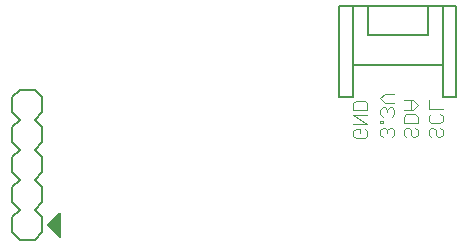
<source format=gbo>
G75*
G70*
%OFA0B0*%
%FSLAX24Y24*%
%IPPOS*%
%LPD*%
%AMOC8*
5,1,8,0,0,1.08239X$1,22.5*
%
%ADD10C,0.0040*%
%ADD11C,0.0080*%
%ADD12C,0.0050*%
D10*
X046966Y008979D02*
X046966Y009133D01*
X047042Y009209D01*
X047196Y009209D01*
X047196Y009056D01*
X047349Y009209D02*
X047426Y009133D01*
X047426Y008979D01*
X047349Y008902D01*
X047042Y008902D01*
X046966Y008979D01*
X046966Y009363D02*
X047426Y009363D01*
X046966Y009670D01*
X047426Y009670D01*
X047426Y009823D02*
X046966Y009823D01*
X046966Y010053D01*
X047042Y010130D01*
X047349Y010130D01*
X047426Y010053D01*
X047426Y009823D01*
X047866Y009843D02*
X047866Y009690D01*
X047942Y009613D01*
X047942Y009459D02*
X047866Y009459D01*
X047866Y009383D01*
X047942Y009383D01*
X047942Y009459D01*
X047942Y009229D02*
X047866Y009153D01*
X047866Y008999D01*
X047942Y008922D01*
X048096Y009076D02*
X048096Y009153D01*
X048019Y009229D01*
X047942Y009229D01*
X048096Y009153D02*
X048173Y009229D01*
X048249Y009229D01*
X048326Y009153D01*
X048326Y008999D01*
X048249Y008922D01*
X048656Y008999D02*
X048656Y009153D01*
X048732Y009229D01*
X048809Y009229D01*
X048886Y009153D01*
X048886Y008999D01*
X048963Y008922D01*
X049039Y008922D01*
X049116Y008999D01*
X049116Y009153D01*
X049039Y009229D01*
X049116Y009383D02*
X048656Y009383D01*
X048656Y009613D01*
X048732Y009690D01*
X049039Y009690D01*
X049116Y009613D01*
X049116Y009383D01*
X049486Y009469D02*
X049486Y009623D01*
X049562Y009700D01*
X049486Y009853D02*
X049486Y010160D01*
X049116Y009996D02*
X048963Y010150D01*
X048656Y010150D01*
X048886Y010150D02*
X048886Y009843D01*
X048963Y009843D02*
X049116Y009996D01*
X048963Y009843D02*
X048656Y009843D01*
X048326Y009843D02*
X048326Y009690D01*
X048249Y009613D01*
X048096Y009766D02*
X048096Y009843D01*
X048019Y009920D01*
X047942Y009920D01*
X047866Y009843D01*
X048096Y009843D02*
X048173Y009920D01*
X048249Y009920D01*
X048326Y009843D01*
X048326Y010073D02*
X048019Y010073D01*
X047866Y010227D01*
X048019Y010380D01*
X048326Y010380D01*
X049486Y009853D02*
X049946Y009853D01*
X049869Y009700D02*
X049946Y009623D01*
X049946Y009469D01*
X049869Y009393D01*
X049562Y009393D01*
X049486Y009469D01*
X049562Y009239D02*
X049486Y009163D01*
X049486Y009009D01*
X049562Y008932D01*
X049716Y009009D02*
X049716Y009163D01*
X049639Y009239D01*
X049562Y009239D01*
X049716Y009009D02*
X049793Y008932D01*
X049869Y008932D01*
X049946Y009009D01*
X049946Y009163D01*
X049869Y009239D01*
X048732Y008922D02*
X048656Y008999D01*
D11*
X035851Y005502D02*
X035601Y005752D01*
X035601Y006252D01*
X035851Y006502D01*
X035601Y006752D01*
X035601Y007252D01*
X035851Y007502D01*
X035601Y007752D01*
X035601Y008252D01*
X035851Y008502D01*
X035601Y008752D01*
X035601Y009252D01*
X035851Y009502D01*
X035601Y009752D01*
X035601Y010252D01*
X035851Y010502D01*
X036351Y010502D01*
X036601Y010252D01*
X036601Y009752D01*
X036351Y009502D01*
X036601Y009252D01*
X036601Y008752D01*
X036351Y008502D01*
X036601Y008252D01*
X036601Y007752D01*
X036351Y007502D01*
X036601Y007252D01*
X036601Y006752D01*
X036351Y006502D01*
X036601Y006252D01*
X036601Y005752D01*
X036351Y005502D01*
X035851Y005502D01*
D12*
X036870Y005933D02*
X037201Y005933D01*
X037201Y005885D02*
X036918Y005885D01*
X036967Y005836D02*
X037201Y005836D01*
X037201Y005788D02*
X037015Y005788D01*
X037064Y005739D02*
X037201Y005739D01*
X037201Y005691D02*
X037112Y005691D01*
X037161Y005642D02*
X037201Y005642D01*
X037201Y005602D02*
X037201Y006402D01*
X036801Y006002D01*
X037201Y005602D01*
X037201Y005982D02*
X036821Y005982D01*
X036829Y006030D02*
X037201Y006030D01*
X037201Y006079D02*
X036877Y006079D01*
X036926Y006128D02*
X037201Y006128D01*
X037201Y006176D02*
X036975Y006176D01*
X037023Y006225D02*
X037201Y006225D01*
X037201Y006273D02*
X037072Y006273D01*
X037120Y006322D02*
X037201Y006322D01*
X037201Y006370D02*
X037169Y006370D01*
X046497Y010251D02*
X046946Y010251D01*
X046946Y011322D01*
X046946Y013283D01*
X046497Y013283D01*
X046497Y010251D01*
X046946Y011322D02*
X049946Y011322D01*
X049946Y013283D01*
X049446Y013283D01*
X049446Y012322D01*
X047446Y012322D01*
X047446Y013283D01*
X046946Y013283D01*
X047446Y013283D02*
X049446Y013283D01*
X049946Y013283D02*
X050395Y013283D01*
X050395Y010251D01*
X049946Y010251D01*
X049946Y011322D01*
M02*

</source>
